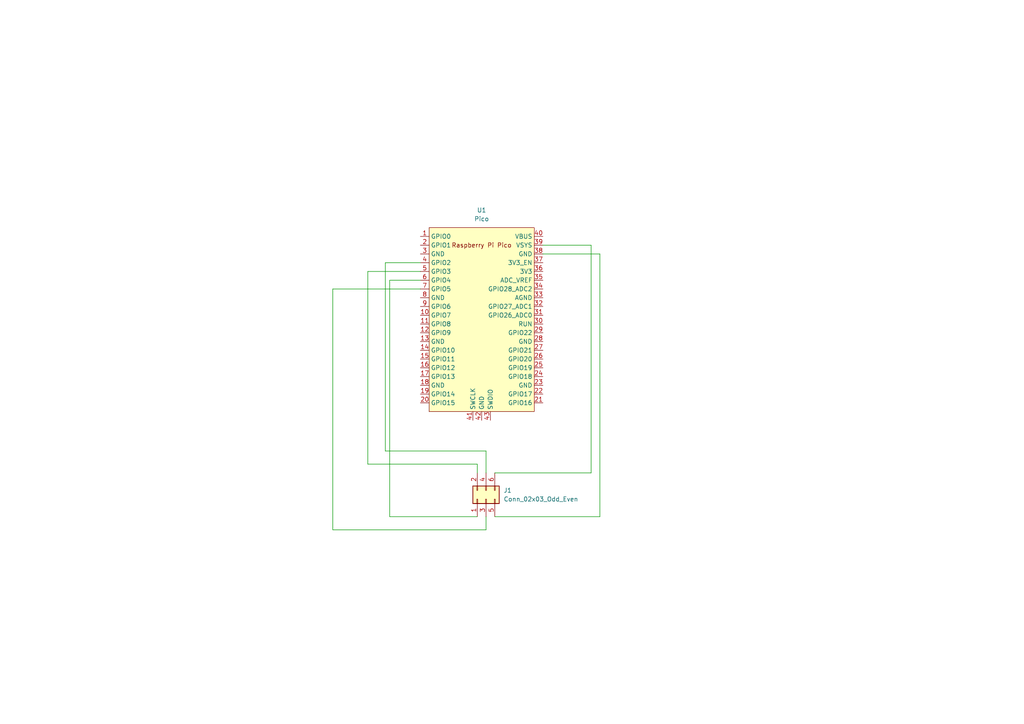
<source format=kicad_sch>
(kicad_sch (version 20211123) (generator eeschema)
  (paper "A4")
  (lib_symbols
    (symbol "Connector_Generic:Conn_02x03_Odd_Even" (pin_names (offset 1.016) hide)
      (property "Reference" "J" (at 1.27 5.08 0))
      (property "Value" "Conn_02x03_Odd_Even" (at 1.27 -5.08 0))
      (symbol "Conn_02x03_Odd_Even_1_1"
        (rectangle (start -1.27 -2.413) (end 0 -2.667) (stroke (width 0.1524)))
        (rectangle (start -1.27 0.127) (end 0 -0.127) (stroke (width 0.1524)))
        (rectangle (start -1.27 2.667) (end 0 2.413) (stroke (width 0.1524)))
        (rectangle (start -1.27 3.81) (end 3.81 -3.81) (stroke (width 0.254)) (fill (type background)))
        (rectangle (start 3.81 -2.413) (end 2.54 -2.667) (stroke (width 0.1524)))
        (rectangle (start 3.81 0.127) (end 2.54 -0.127) (stroke (width 0.1524)))
        (rectangle (start 3.81 2.667) (end 2.54 2.413) (stroke (width 0.1524)))
        (pin passive line (at -5.08 2.54 0) (length 3.81) (name "Pin_1") (number "1"))
        (pin passive line (at 7.62 2.54 180) (length 3.81) (name "Pin_2") (number "2"))
        (pin passive line (at -5.08 0 0) (length 3.81) (name "Pin_3") (number "3"))
        (pin passive line (at 7.62 0 180) (length 3.81) (name "Pin_4") (number "4"))
        (pin passive line (at -5.08 -2.54 0) (length 3.81) (name "Pin_5") (number "5"))
        (pin passive line (at 7.62 -2.54 180) (length 3.81) (name "Pin_6") (number "6"))
      )
    )
    (symbol "MCU_RaspberryPi_and_Boards:Pico"
      (property "Reference" "U" (at -13.97 27.94 0))
      (property "Value" "Pico" (at 0 19.05 0))
      (symbol "Pico_0_0"
        (text "Raspberry Pi Pico" (at 0 21.59 0) (effects (font (size 1.27 1.27))))
      )
      (symbol "Pico_0_1"
        (rectangle (start -15.24 26.67) (end 15.24 -26.67) (fill (type background)))
      )
      (symbol "Pico_1_1"
        (pin bidirectional line (at -17.78 24.13 0) (length 2.54) (name "GPIO0") (number "1"))
        (pin bidirectional line (at -17.78 1.27 0) (length 2.54) (name "GPIO7") (number "10"))
        (pin bidirectional line (at -17.78 -1.27 0) (length 2.54) (name "GPIO8") (number "11"))
        (pin bidirectional line (at -17.78 -3.81 0) (length 2.54) (name "GPIO9") (number "12"))
        (pin power_in line (at -17.78 -6.35 0) (length 2.54) (name "GND") (number "13"))
        (pin bidirectional line (at -17.78 -8.89 0) (length 2.54) (name "GPIO10") (number "14"))
        (pin bidirectional line (at -17.78 -11.43 0) (length 2.54) (name "GPIO11") (number "15"))
        (pin bidirectional line (at -17.78 -13.97 0) (length 2.54) (name "GPIO12") (number "16"))
        (pin bidirectional line (at -17.78 -16.51 0) (length 2.54) (name "GPIO13") (number "17"))
        (pin power_in line (at -17.78 -19.05 0) (length 2.54) (name "GND") (number "18"))
        (pin bidirectional line (at -17.78 -21.59 0) (length 2.54) (name "GPIO14") (number "19"))
        (pin bidirectional line (at -17.78 21.59 0) (length 2.54) (name "GPIO1") (number "2"))
        (pin bidirectional line (at -17.78 -24.13 0) (length 2.54) (name "GPIO15") (number "20"))
        (pin bidirectional line (at 17.78 -24.13 180) (length 2.54) (name "GPIO16") (number "21"))
        (pin bidirectional line (at 17.78 -21.59 180) (length 2.54) (name "GPIO17") (number "22"))
        (pin power_in line (at 17.78 -19.05 180) (length 2.54) (name "GND") (number "23"))
        (pin bidirectional line (at 17.78 -16.51 180) (length 2.54) (name "GPIO18") (number "24"))
        (pin bidirectional line (at 17.78 -13.97 180) (length 2.54) (name "GPIO19") (number "25"))
        (pin bidirectional line (at 17.78 -11.43 180) (length 2.54) (name "GPIO20") (number "26"))
        (pin bidirectional line (at 17.78 -8.89 180) (length 2.54) (name "GPIO21") (number "27"))
        (pin power_in line (at 17.78 -6.35 180) (length 2.54) (name "GND") (number "28"))
        (pin bidirectional line (at 17.78 -3.81 180) (length 2.54) (name "GPIO22") (number "29"))
        (pin power_in line (at -17.78 19.05 0) (length 2.54) (name "GND") (number "3"))
        (pin input line (at 17.78 -1.27 180) (length 2.54) (name "RUN") (number "30"))
        (pin bidirectional line (at 17.78 1.27 180) (length 2.54) (name "GPIO26_ADC0") (number "31"))
        (pin bidirectional line (at 17.78 3.81 180) (length 2.54) (name "GPIO27_ADC1") (number "32"))
        (pin power_in line (at 17.78 6.35 180) (length 2.54) (name "AGND") (number "33"))
        (pin bidirectional line (at 17.78 8.89 180) (length 2.54) (name "GPIO28_ADC2") (number "34"))
        (pin power_in line (at 17.78 11.43 180) (length 2.54) (name "ADC_VREF") (number "35"))
        (pin power_in line (at 17.78 13.97 180) (length 2.54) (name "3V3") (number "36"))
        (pin input line (at 17.78 16.51 180) (length 2.54) (name "3V3_EN") (number "37"))
        (pin bidirectional line (at 17.78 19.05 180) (length 2.54) (name "GND") (number "38"))
        (pin power_in line (at 17.78 21.59 180) (length 2.54) (name "VSYS") (number "39"))
        (pin bidirectional line (at -17.78 16.51 0) (length 2.54) (name "GPIO2") (number "4"))
        (pin power_in line (at 17.78 24.13 180) (length 2.54) (name "VBUS") (number "40"))
        (pin input line (at -2.54 -29.21 90) (length 2.54) (name "SWCLK") (number "41"))
        (pin power_in line (at 0 -29.21 90) (length 2.54) (name "GND") (number "42"))
        (pin bidirectional line (at 2.54 -29.21 90) (length 2.54) (name "SWDIO") (number "43"))
        (pin bidirectional line (at -17.78 13.97 0) (length 2.54) (name "GPIO3") (number "5"))
        (pin bidirectional line (at -17.78 11.43 0) (length 2.54) (name "GPIO4") (number "6"))
        (pin bidirectional line (at -17.78 8.89 0) (length 2.54) (name "GPIO5") (number "7"))
        (pin power_in line (at -17.78 6.35 0) (length 2.54) (name "GND") (number "8"))
        (pin bidirectional line (at -17.78 3.81 0) (length 2.54) (name "GPIO6") (number "9"))
      )
    )
  )
  (wire (pts (xy 157.48 73.66) (xy 173.99 73.66)))
  (wire (pts (xy 96.52 83.82) (xy 121.92 83.82)))
  (wire (pts (xy 157.48 71.12) (xy 171.45 71.12)))
  (wire (pts (xy 140.97 137.16) (xy 140.97 130.81)))
  (wire (pts (xy 138.43 134.62) (xy 106.68 134.62)))
  (wire (pts (xy 138.43 137.16) (xy 138.43 134.62)))
  (wire (pts (xy 106.68 78.74) (xy 121.92 78.74)))
  (wire (pts (xy 171.45 137.16) (xy 171.45 71.12)))
  (wire (pts (xy 140.97 153.67) (xy 96.52 153.67)))
  (wire (pts (xy 106.68 134.62) (xy 106.68 78.74)))
  (wire (pts (xy 143.51 149.86) (xy 173.99 149.86)))
  (wire (pts (xy 140.97 130.81) (xy 111.76 130.81)))
  (wire (pts (xy 173.99 73.66) (xy 173.99 149.86)))
  (wire (pts (xy 96.52 153.67) (xy 96.52 83.82)))
  (wire (pts (xy 113.03 149.86) (xy 138.43 149.86)))
  (wire (pts (xy 111.76 76.2) (xy 121.92 76.2)))
  (wire (pts (xy 113.03 149.86) (xy 113.03 81.28)))
  (wire (pts (xy 143.51 137.16) (xy 171.45 137.16)))
  (wire (pts (xy 113.03 81.28) (xy 121.92 81.28)))
  (wire (pts (xy 111.76 130.81) (xy 111.76 76.2)))
  (wire (pts (xy 140.97 149.86) (xy 140.97 153.67)))
  (symbol (lib_id "MCU_RaspberryPi_and_Boards:Pico") (at 139.7 92.71 0) (unit 1)
    (property "Reference" "U1" (at 139.7 60.96 0))
    (property "Value" "Pico" (at 139.7 63.5 0))
    (property "Footprint" "MCU_RaspberryPi_and_Boards:RPi_Pico_SMD_TH_NOSWD" (effects hide))
  )
  (symbol (lib_id "Connector_Generic:Conn_02x03_Odd_Even") (at 140.97 144.78 90) (unit 1)
    (property "Reference" "J1" (at 146.05 142.2399 90) (effects (justify right)))
    (property "Value" "Conn_02x03_Odd_Even" (at 146.05 144.7799 90) (effects (justify right)))
    (property "Footprint" "Connector_IDC:IDC-Header_2x03_P2.54mm_Vertical" (effects hide))
  )
)
</source>
